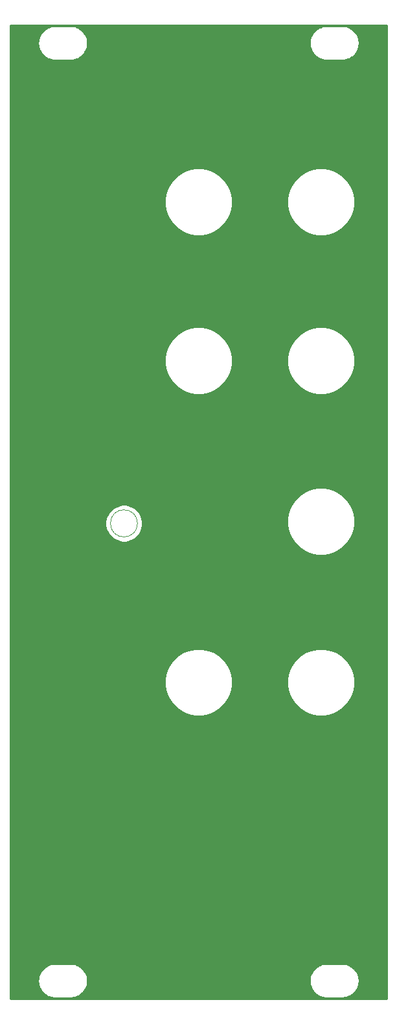
<source format=gbr>
G04 #@! TF.GenerationSoftware,KiCad,Pcbnew,(5.1.5-0)*
G04 #@! TF.CreationDate,2021-01-20T17:48:20-08:00*
G04 #@! TF.ProjectId,vcadsr,76636164-7372-42e6-9b69-6361645f7063,rev?*
G04 #@! TF.SameCoordinates,Original*
G04 #@! TF.FileFunction,Copper,L2,Bot*
G04 #@! TF.FilePolarity,Positive*
%FSLAX46Y46*%
G04 Gerber Fmt 4.6, Leading zero omitted, Abs format (unit mm)*
G04 Created by KiCad (PCBNEW (5.1.5-0)) date 2021-01-20 17:48:20*
%MOMM*%
%LPD*%
G04 APERTURE LIST*
%ADD10C,0.100000*%
%ADD11C,6.100000*%
%ADD12C,0.254000*%
G04 APERTURE END LIST*
D10*
X17267767Y-65750000D02*
G75*
G03X17267767Y-65750000I-1767767J0D01*
G01*
D11*
X8500000Y-86750000D03*
X8500000Y-23500000D03*
X8500000Y-44750000D03*
X43500000Y-104000000D03*
X7500000Y-104000000D03*
X31500000Y-104000000D03*
X19500000Y-104000000D03*
D12*
G36*
X49840001Y-127840000D02*
G01*
X660000Y-127840000D01*
X660000Y-125451353D01*
X4242755Y-125451353D01*
X4243173Y-125511171D01*
X4242755Y-125570988D01*
X4243655Y-125580160D01*
X4276296Y-125890715D01*
X4288320Y-125949291D01*
X4299532Y-126008070D01*
X4302196Y-126016892D01*
X4394535Y-126315192D01*
X4417715Y-126370335D01*
X4440124Y-126425800D01*
X4444451Y-126433937D01*
X4592972Y-126708621D01*
X4626417Y-126758205D01*
X4659177Y-126808268D01*
X4665001Y-126815409D01*
X4864047Y-127056013D01*
X4906482Y-127098154D01*
X4948346Y-127140903D01*
X4955446Y-127146777D01*
X5197435Y-127344138D01*
X5247259Y-127377241D01*
X5296615Y-127411036D01*
X5304721Y-127415419D01*
X5580435Y-127562019D01*
X5635704Y-127584799D01*
X5690724Y-127608381D01*
X5699527Y-127611105D01*
X5998465Y-127701359D01*
X6057138Y-127712976D01*
X6115655Y-127725415D01*
X6124820Y-127726378D01*
X6435594Y-127756850D01*
X6435598Y-127756850D01*
X6467581Y-127760000D01*
X8532419Y-127760000D01*
X8565986Y-127756694D01*
X8586744Y-127756694D01*
X8595909Y-127755731D01*
X8906228Y-127720923D01*
X8964731Y-127708487D01*
X9023419Y-127696867D01*
X9032222Y-127694142D01*
X9329870Y-127599723D01*
X9384792Y-127576183D01*
X9440159Y-127553363D01*
X9448265Y-127548979D01*
X9721904Y-127398544D01*
X9771217Y-127364779D01*
X9821088Y-127331645D01*
X9828188Y-127325770D01*
X10067397Y-127125049D01*
X10109241Y-127082320D01*
X10151694Y-127040162D01*
X10157519Y-127033020D01*
X10353185Y-126789660D01*
X10385938Y-126739608D01*
X10419391Y-126690013D01*
X10423714Y-126681881D01*
X10423717Y-126681877D01*
X10423719Y-126681873D01*
X10568388Y-126405146D01*
X10590785Y-126349711D01*
X10613978Y-126294539D01*
X10616641Y-126285717D01*
X10704807Y-125986156D01*
X10716007Y-125927440D01*
X10728045Y-125868798D01*
X10728944Y-125859627D01*
X10757245Y-125548647D01*
X10756827Y-125488830D01*
X10757088Y-125451353D01*
X39742755Y-125451353D01*
X39743173Y-125511171D01*
X39742755Y-125570988D01*
X39743655Y-125580160D01*
X39776296Y-125890715D01*
X39788320Y-125949291D01*
X39799532Y-126008070D01*
X39802196Y-126016892D01*
X39894535Y-126315192D01*
X39917715Y-126370335D01*
X39940124Y-126425800D01*
X39944451Y-126433937D01*
X40092972Y-126708621D01*
X40126417Y-126758205D01*
X40159177Y-126808268D01*
X40165001Y-126815409D01*
X40364047Y-127056013D01*
X40406482Y-127098154D01*
X40448346Y-127140903D01*
X40455446Y-127146777D01*
X40697435Y-127344138D01*
X40747259Y-127377241D01*
X40796615Y-127411036D01*
X40804721Y-127415419D01*
X41080435Y-127562019D01*
X41135704Y-127584799D01*
X41190724Y-127608381D01*
X41199527Y-127611105D01*
X41498465Y-127701359D01*
X41557138Y-127712976D01*
X41615655Y-127725415D01*
X41624820Y-127726378D01*
X41935594Y-127756850D01*
X41935598Y-127756850D01*
X41967581Y-127760000D01*
X44032419Y-127760000D01*
X44065986Y-127756694D01*
X44086744Y-127756694D01*
X44095909Y-127755731D01*
X44406228Y-127720923D01*
X44464731Y-127708487D01*
X44523419Y-127696867D01*
X44532222Y-127694142D01*
X44829870Y-127599723D01*
X44884792Y-127576183D01*
X44940159Y-127553363D01*
X44948265Y-127548979D01*
X45221904Y-127398544D01*
X45271217Y-127364779D01*
X45321088Y-127331645D01*
X45328188Y-127325770D01*
X45567397Y-127125049D01*
X45609241Y-127082320D01*
X45651694Y-127040162D01*
X45657519Y-127033020D01*
X45853185Y-126789660D01*
X45885938Y-126739608D01*
X45919391Y-126690013D01*
X45923714Y-126681881D01*
X45923717Y-126681877D01*
X45923719Y-126681873D01*
X46068388Y-126405146D01*
X46090785Y-126349711D01*
X46113978Y-126294539D01*
X46116641Y-126285717D01*
X46204807Y-125986156D01*
X46216007Y-125927440D01*
X46228045Y-125868798D01*
X46228944Y-125859627D01*
X46257245Y-125548647D01*
X46256827Y-125488829D01*
X46257245Y-125429012D01*
X46256345Y-125419841D01*
X46223704Y-125109285D01*
X46211680Y-125050709D01*
X46200468Y-124991930D01*
X46197804Y-124983108D01*
X46105465Y-124684808D01*
X46082280Y-124629653D01*
X46059876Y-124574200D01*
X46055549Y-124566064D01*
X46055549Y-124566063D01*
X46055546Y-124566059D01*
X45907028Y-124291379D01*
X45873583Y-124241795D01*
X45840823Y-124191732D01*
X45834999Y-124184591D01*
X45635954Y-123943987D01*
X45593535Y-123901863D01*
X45551655Y-123859097D01*
X45544554Y-123853223D01*
X45302565Y-123655862D01*
X45252741Y-123622759D01*
X45203385Y-123588964D01*
X45195279Y-123584581D01*
X44919566Y-123437981D01*
X44864269Y-123415189D01*
X44809275Y-123391619D01*
X44800472Y-123388895D01*
X44501535Y-123298641D01*
X44442862Y-123287024D01*
X44384345Y-123274585D01*
X44375180Y-123273622D01*
X44064405Y-123243150D01*
X44064402Y-123243150D01*
X44032419Y-123240000D01*
X41967581Y-123240000D01*
X41934014Y-123243306D01*
X41913256Y-123243306D01*
X41904091Y-123244269D01*
X41593771Y-123279077D01*
X41535298Y-123291506D01*
X41476581Y-123303132D01*
X41467778Y-123305858D01*
X41170130Y-123400277D01*
X41115147Y-123423843D01*
X41059841Y-123446638D01*
X41051735Y-123451021D01*
X40778095Y-123601456D01*
X40728748Y-123635245D01*
X40678913Y-123668355D01*
X40671812Y-123674229D01*
X40432603Y-123874951D01*
X40390759Y-123917681D01*
X40348305Y-123959839D01*
X40342481Y-123966980D01*
X40146814Y-124210340D01*
X40114055Y-124260400D01*
X40080609Y-124309986D01*
X40076283Y-124318123D01*
X39931612Y-124594854D01*
X39909215Y-124650289D01*
X39886022Y-124705461D01*
X39883359Y-124714283D01*
X39795193Y-125013844D01*
X39783993Y-125072560D01*
X39771955Y-125131202D01*
X39771056Y-125140373D01*
X39742755Y-125451353D01*
X10757088Y-125451353D01*
X10757245Y-125429012D01*
X10756345Y-125419841D01*
X10723704Y-125109285D01*
X10711680Y-125050709D01*
X10700468Y-124991930D01*
X10697804Y-124983108D01*
X10605465Y-124684808D01*
X10582280Y-124629653D01*
X10559876Y-124574200D01*
X10555549Y-124566064D01*
X10555549Y-124566063D01*
X10555546Y-124566059D01*
X10407028Y-124291379D01*
X10373583Y-124241795D01*
X10340823Y-124191732D01*
X10334999Y-124184591D01*
X10135954Y-123943987D01*
X10093535Y-123901863D01*
X10051655Y-123859097D01*
X10044554Y-123853223D01*
X9802565Y-123655862D01*
X9752741Y-123622759D01*
X9703385Y-123588964D01*
X9695279Y-123584581D01*
X9419566Y-123437981D01*
X9364269Y-123415189D01*
X9309275Y-123391619D01*
X9300472Y-123388895D01*
X9001535Y-123298641D01*
X8942862Y-123287024D01*
X8884345Y-123274585D01*
X8875180Y-123273622D01*
X8564405Y-123243150D01*
X8564402Y-123243150D01*
X8532419Y-123240000D01*
X6467581Y-123240000D01*
X6434014Y-123243306D01*
X6413256Y-123243306D01*
X6404091Y-123244269D01*
X6093771Y-123279077D01*
X6035298Y-123291506D01*
X5976581Y-123303132D01*
X5967778Y-123305858D01*
X5670130Y-123400277D01*
X5615147Y-123423843D01*
X5559841Y-123446638D01*
X5551735Y-123451021D01*
X5278095Y-123601456D01*
X5228748Y-123635245D01*
X5178913Y-123668355D01*
X5171812Y-123674229D01*
X4932603Y-123874951D01*
X4890759Y-123917681D01*
X4848305Y-123959839D01*
X4842481Y-123966980D01*
X4646814Y-124210340D01*
X4614055Y-124260400D01*
X4580609Y-124309986D01*
X4576283Y-124318123D01*
X4431612Y-124594854D01*
X4409215Y-124650289D01*
X4386022Y-124705461D01*
X4383359Y-124714283D01*
X4295193Y-125013844D01*
X4283993Y-125072560D01*
X4271955Y-125131202D01*
X4271056Y-125140373D01*
X4242755Y-125451353D01*
X660000Y-125451353D01*
X660000Y-86065784D01*
X20841332Y-86065784D01*
X20841332Y-86934216D01*
X21010754Y-87785961D01*
X21343089Y-88588288D01*
X21825564Y-89310362D01*
X22439638Y-89924436D01*
X23161712Y-90406911D01*
X23964039Y-90739246D01*
X24815784Y-90908668D01*
X25684216Y-90908668D01*
X26535961Y-90739246D01*
X27338288Y-90406911D01*
X28060362Y-89924436D01*
X28674436Y-89310362D01*
X29156911Y-88588288D01*
X29489246Y-87785961D01*
X29658668Y-86934216D01*
X29658668Y-86065784D01*
X36841332Y-86065784D01*
X36841332Y-86934216D01*
X37010754Y-87785961D01*
X37343089Y-88588288D01*
X37825564Y-89310362D01*
X38439638Y-89924436D01*
X39161712Y-90406911D01*
X39964039Y-90739246D01*
X40815784Y-90908668D01*
X41684216Y-90908668D01*
X42535961Y-90739246D01*
X43338288Y-90406911D01*
X44060362Y-89924436D01*
X44674436Y-89310362D01*
X45156911Y-88588288D01*
X45489246Y-87785961D01*
X45658668Y-86934216D01*
X45658668Y-86065784D01*
X45489246Y-85214039D01*
X45156911Y-84411712D01*
X44674436Y-83689638D01*
X44060362Y-83075564D01*
X43338288Y-82593089D01*
X42535961Y-82260754D01*
X41684216Y-82091332D01*
X40815784Y-82091332D01*
X39964039Y-82260754D01*
X39161712Y-82593089D01*
X38439638Y-83075564D01*
X37825564Y-83689638D01*
X37343089Y-84411712D01*
X37010754Y-85214039D01*
X36841332Y-86065784D01*
X29658668Y-86065784D01*
X29489246Y-85214039D01*
X29156911Y-84411712D01*
X28674436Y-83689638D01*
X28060362Y-83075564D01*
X27338288Y-82593089D01*
X26535961Y-82260754D01*
X25684216Y-82091332D01*
X24815784Y-82091332D01*
X23964039Y-82260754D01*
X23161712Y-82593089D01*
X22439638Y-83075564D01*
X21825564Y-83689638D01*
X21343089Y-84411712D01*
X21010754Y-85214039D01*
X20841332Y-86065784D01*
X660000Y-86065784D01*
X660000Y-65507626D01*
X13039140Y-65507626D01*
X13039140Y-65992374D01*
X13133710Y-66467806D01*
X13319214Y-66915654D01*
X13588525Y-67318707D01*
X13931293Y-67661475D01*
X14334346Y-67930786D01*
X14782194Y-68116290D01*
X15257626Y-68210860D01*
X15742374Y-68210860D01*
X16217806Y-68116290D01*
X16665654Y-67930786D01*
X17068707Y-67661475D01*
X17411475Y-67318707D01*
X17680786Y-66915654D01*
X17866290Y-66467806D01*
X17960860Y-65992374D01*
X17960860Y-65507626D01*
X17872972Y-65065784D01*
X36841332Y-65065784D01*
X36841332Y-65934216D01*
X37010754Y-66785961D01*
X37343089Y-67588288D01*
X37825564Y-68310362D01*
X38439638Y-68924436D01*
X39161712Y-69406911D01*
X39964039Y-69739246D01*
X40815784Y-69908668D01*
X41684216Y-69908668D01*
X42535961Y-69739246D01*
X43338288Y-69406911D01*
X44060362Y-68924436D01*
X44674436Y-68310362D01*
X45156911Y-67588288D01*
X45489246Y-66785961D01*
X45658668Y-65934216D01*
X45658668Y-65065784D01*
X45489246Y-64214039D01*
X45156911Y-63411712D01*
X44674436Y-62689638D01*
X44060362Y-62075564D01*
X43338288Y-61593089D01*
X42535961Y-61260754D01*
X41684216Y-61091332D01*
X40815784Y-61091332D01*
X39964039Y-61260754D01*
X39161712Y-61593089D01*
X38439638Y-62075564D01*
X37825564Y-62689638D01*
X37343089Y-63411712D01*
X37010754Y-64214039D01*
X36841332Y-65065784D01*
X17872972Y-65065784D01*
X17866290Y-65032194D01*
X17680786Y-64584346D01*
X17411475Y-64181293D01*
X17068707Y-63838525D01*
X16665654Y-63569214D01*
X16217806Y-63383710D01*
X15742374Y-63289140D01*
X15257626Y-63289140D01*
X14782194Y-63383710D01*
X14334346Y-63569214D01*
X13931293Y-63838525D01*
X13588525Y-64181293D01*
X13319214Y-64584346D01*
X13133710Y-65032194D01*
X13039140Y-65507626D01*
X660000Y-65507626D01*
X660000Y-44065784D01*
X20841332Y-44065784D01*
X20841332Y-44934216D01*
X21010754Y-45785961D01*
X21343089Y-46588288D01*
X21825564Y-47310362D01*
X22439638Y-47924436D01*
X23161712Y-48406911D01*
X23964039Y-48739246D01*
X24815784Y-48908668D01*
X25684216Y-48908668D01*
X26535961Y-48739246D01*
X27338288Y-48406911D01*
X28060362Y-47924436D01*
X28674436Y-47310362D01*
X29156911Y-46588288D01*
X29489246Y-45785961D01*
X29658668Y-44934216D01*
X29658668Y-44065784D01*
X36841332Y-44065784D01*
X36841332Y-44934216D01*
X37010754Y-45785961D01*
X37343089Y-46588288D01*
X37825564Y-47310362D01*
X38439638Y-47924436D01*
X39161712Y-48406911D01*
X39964039Y-48739246D01*
X40815784Y-48908668D01*
X41684216Y-48908668D01*
X42535961Y-48739246D01*
X43338288Y-48406911D01*
X44060362Y-47924436D01*
X44674436Y-47310362D01*
X45156911Y-46588288D01*
X45489246Y-45785961D01*
X45658668Y-44934216D01*
X45658668Y-44065784D01*
X45489246Y-43214039D01*
X45156911Y-42411712D01*
X44674436Y-41689638D01*
X44060362Y-41075564D01*
X43338288Y-40593089D01*
X42535961Y-40260754D01*
X41684216Y-40091332D01*
X40815784Y-40091332D01*
X39964039Y-40260754D01*
X39161712Y-40593089D01*
X38439638Y-41075564D01*
X37825564Y-41689638D01*
X37343089Y-42411712D01*
X37010754Y-43214039D01*
X36841332Y-44065784D01*
X29658668Y-44065784D01*
X29489246Y-43214039D01*
X29156911Y-42411712D01*
X28674436Y-41689638D01*
X28060362Y-41075564D01*
X27338288Y-40593089D01*
X26535961Y-40260754D01*
X25684216Y-40091332D01*
X24815784Y-40091332D01*
X23964039Y-40260754D01*
X23161712Y-40593089D01*
X22439638Y-41075564D01*
X21825564Y-41689638D01*
X21343089Y-42411712D01*
X21010754Y-43214039D01*
X20841332Y-44065784D01*
X660000Y-44065784D01*
X660000Y-23315784D01*
X20841332Y-23315784D01*
X20841332Y-24184216D01*
X21010754Y-25035961D01*
X21343089Y-25838288D01*
X21825564Y-26560362D01*
X22439638Y-27174436D01*
X23161712Y-27656911D01*
X23964039Y-27989246D01*
X24815784Y-28158668D01*
X25684216Y-28158668D01*
X26535961Y-27989246D01*
X27338288Y-27656911D01*
X28060362Y-27174436D01*
X28674436Y-26560362D01*
X29156911Y-25838288D01*
X29489246Y-25035961D01*
X29658668Y-24184216D01*
X29658668Y-23315784D01*
X36841332Y-23315784D01*
X36841332Y-24184216D01*
X37010754Y-25035961D01*
X37343089Y-25838288D01*
X37825564Y-26560362D01*
X38439638Y-27174436D01*
X39161712Y-27656911D01*
X39964039Y-27989246D01*
X40815784Y-28158668D01*
X41684216Y-28158668D01*
X42535961Y-27989246D01*
X43338288Y-27656911D01*
X44060362Y-27174436D01*
X44674436Y-26560362D01*
X45156911Y-25838288D01*
X45489246Y-25035961D01*
X45658668Y-24184216D01*
X45658668Y-23315784D01*
X45489246Y-22464039D01*
X45156911Y-21661712D01*
X44674436Y-20939638D01*
X44060362Y-20325564D01*
X43338288Y-19843089D01*
X42535961Y-19510754D01*
X41684216Y-19341332D01*
X40815784Y-19341332D01*
X39964039Y-19510754D01*
X39161712Y-19843089D01*
X38439638Y-20325564D01*
X37825564Y-20939638D01*
X37343089Y-21661712D01*
X37010754Y-22464039D01*
X36841332Y-23315784D01*
X29658668Y-23315784D01*
X29489246Y-22464039D01*
X29156911Y-21661712D01*
X28674436Y-20939638D01*
X28060362Y-20325564D01*
X27338288Y-19843089D01*
X26535961Y-19510754D01*
X25684216Y-19341332D01*
X24815784Y-19341332D01*
X23964039Y-19510754D01*
X23161712Y-19843089D01*
X22439638Y-20325564D01*
X21825564Y-20939638D01*
X21343089Y-21661712D01*
X21010754Y-22464039D01*
X20841332Y-23315784D01*
X660000Y-23315784D01*
X660000Y-2951353D01*
X4242755Y-2951353D01*
X4243173Y-3011171D01*
X4242755Y-3070988D01*
X4243655Y-3080160D01*
X4276296Y-3390715D01*
X4288320Y-3449291D01*
X4299532Y-3508070D01*
X4302196Y-3516892D01*
X4394535Y-3815192D01*
X4417715Y-3870335D01*
X4440124Y-3925800D01*
X4444451Y-3933937D01*
X4592972Y-4208621D01*
X4626417Y-4258205D01*
X4659177Y-4308268D01*
X4665001Y-4315409D01*
X4864047Y-4556013D01*
X4906482Y-4598154D01*
X4948346Y-4640903D01*
X4955446Y-4646777D01*
X5197435Y-4844138D01*
X5247259Y-4877241D01*
X5296615Y-4911036D01*
X5304721Y-4915419D01*
X5580435Y-5062019D01*
X5635704Y-5084799D01*
X5690724Y-5108381D01*
X5699527Y-5111105D01*
X5998465Y-5201359D01*
X6057138Y-5212976D01*
X6115655Y-5225415D01*
X6124820Y-5226378D01*
X6435594Y-5256850D01*
X6435598Y-5256850D01*
X6467581Y-5260000D01*
X8532419Y-5260000D01*
X8565986Y-5256694D01*
X8586744Y-5256694D01*
X8595909Y-5255731D01*
X8906228Y-5220923D01*
X8964731Y-5208487D01*
X9023419Y-5196867D01*
X9032222Y-5194142D01*
X9329870Y-5099723D01*
X9384792Y-5076183D01*
X9440159Y-5053363D01*
X9448265Y-5048979D01*
X9721904Y-4898544D01*
X9771217Y-4864779D01*
X9821088Y-4831645D01*
X9828188Y-4825770D01*
X10067397Y-4625049D01*
X10109241Y-4582320D01*
X10151694Y-4540162D01*
X10157519Y-4533020D01*
X10353185Y-4289660D01*
X10385938Y-4239608D01*
X10419391Y-4190013D01*
X10423714Y-4181881D01*
X10423717Y-4181877D01*
X10423719Y-4181873D01*
X10568388Y-3905146D01*
X10590785Y-3849711D01*
X10613978Y-3794539D01*
X10616641Y-3785717D01*
X10704807Y-3486156D01*
X10716007Y-3427440D01*
X10728045Y-3368798D01*
X10728944Y-3359627D01*
X10757245Y-3048647D01*
X10756827Y-2988830D01*
X10757088Y-2951353D01*
X39742755Y-2951353D01*
X39743173Y-3011171D01*
X39742755Y-3070988D01*
X39743655Y-3080160D01*
X39776296Y-3390715D01*
X39788320Y-3449291D01*
X39799532Y-3508070D01*
X39802196Y-3516892D01*
X39894535Y-3815192D01*
X39917715Y-3870335D01*
X39940124Y-3925800D01*
X39944451Y-3933937D01*
X40092972Y-4208621D01*
X40126417Y-4258205D01*
X40159177Y-4308268D01*
X40165001Y-4315409D01*
X40364047Y-4556013D01*
X40406482Y-4598154D01*
X40448346Y-4640903D01*
X40455446Y-4646777D01*
X40697435Y-4844138D01*
X40747259Y-4877241D01*
X40796615Y-4911036D01*
X40804721Y-4915419D01*
X41080435Y-5062019D01*
X41135704Y-5084799D01*
X41190724Y-5108381D01*
X41199527Y-5111105D01*
X41498465Y-5201359D01*
X41557138Y-5212976D01*
X41615655Y-5225415D01*
X41624820Y-5226378D01*
X41935594Y-5256850D01*
X41935598Y-5256850D01*
X41967581Y-5260000D01*
X44032419Y-5260000D01*
X44065986Y-5256694D01*
X44086744Y-5256694D01*
X44095909Y-5255731D01*
X44406228Y-5220923D01*
X44464731Y-5208487D01*
X44523419Y-5196867D01*
X44532222Y-5194142D01*
X44829870Y-5099723D01*
X44884792Y-5076183D01*
X44940159Y-5053363D01*
X44948265Y-5048979D01*
X45221904Y-4898544D01*
X45271217Y-4864779D01*
X45321088Y-4831645D01*
X45328188Y-4825770D01*
X45567397Y-4625049D01*
X45609241Y-4582320D01*
X45651694Y-4540162D01*
X45657519Y-4533020D01*
X45853185Y-4289660D01*
X45885938Y-4239608D01*
X45919391Y-4190013D01*
X45923714Y-4181881D01*
X45923717Y-4181877D01*
X45923719Y-4181873D01*
X46068388Y-3905146D01*
X46090785Y-3849711D01*
X46113978Y-3794539D01*
X46116641Y-3785717D01*
X46204807Y-3486156D01*
X46216007Y-3427440D01*
X46228045Y-3368798D01*
X46228944Y-3359627D01*
X46257245Y-3048647D01*
X46256827Y-2988829D01*
X46257245Y-2929012D01*
X46256345Y-2919841D01*
X46223704Y-2609285D01*
X46211680Y-2550709D01*
X46200468Y-2491930D01*
X46197804Y-2483108D01*
X46105465Y-2184808D01*
X46082280Y-2129653D01*
X46059876Y-2074200D01*
X46055549Y-2066064D01*
X46055549Y-2066063D01*
X46055546Y-2066059D01*
X45907028Y-1791379D01*
X45873583Y-1741795D01*
X45840823Y-1691732D01*
X45834999Y-1684591D01*
X45635954Y-1443987D01*
X45593535Y-1401863D01*
X45551655Y-1359097D01*
X45544554Y-1353223D01*
X45302565Y-1155862D01*
X45252741Y-1122759D01*
X45203385Y-1088964D01*
X45195279Y-1084581D01*
X44919566Y-937981D01*
X44864269Y-915189D01*
X44809275Y-891619D01*
X44800472Y-888895D01*
X44501535Y-798641D01*
X44442862Y-787024D01*
X44384345Y-774585D01*
X44375180Y-773622D01*
X44064405Y-743150D01*
X44064402Y-743150D01*
X44032419Y-740000D01*
X41967581Y-740000D01*
X41934014Y-743306D01*
X41913256Y-743306D01*
X41904091Y-744269D01*
X41593771Y-779077D01*
X41535298Y-791506D01*
X41476581Y-803132D01*
X41467778Y-805858D01*
X41170130Y-900277D01*
X41115147Y-923843D01*
X41059841Y-946638D01*
X41051735Y-951021D01*
X40778095Y-1101456D01*
X40728748Y-1135245D01*
X40678913Y-1168355D01*
X40671812Y-1174229D01*
X40432603Y-1374951D01*
X40390759Y-1417681D01*
X40348305Y-1459839D01*
X40342481Y-1466980D01*
X40146814Y-1710340D01*
X40114055Y-1760400D01*
X40080609Y-1809986D01*
X40076283Y-1818123D01*
X39931612Y-2094854D01*
X39909215Y-2150289D01*
X39886022Y-2205461D01*
X39883359Y-2214283D01*
X39795193Y-2513844D01*
X39783993Y-2572560D01*
X39771955Y-2631202D01*
X39771056Y-2640373D01*
X39742755Y-2951353D01*
X10757088Y-2951353D01*
X10757245Y-2929012D01*
X10756345Y-2919841D01*
X10723704Y-2609285D01*
X10711680Y-2550709D01*
X10700468Y-2491930D01*
X10697804Y-2483108D01*
X10605465Y-2184808D01*
X10582280Y-2129653D01*
X10559876Y-2074200D01*
X10555549Y-2066064D01*
X10555549Y-2066063D01*
X10555546Y-2066059D01*
X10407028Y-1791379D01*
X10373583Y-1741795D01*
X10340823Y-1691732D01*
X10334999Y-1684591D01*
X10135954Y-1443987D01*
X10093535Y-1401863D01*
X10051655Y-1359097D01*
X10044554Y-1353223D01*
X9802565Y-1155862D01*
X9752741Y-1122759D01*
X9703385Y-1088964D01*
X9695279Y-1084581D01*
X9419566Y-937981D01*
X9364269Y-915189D01*
X9309275Y-891619D01*
X9300472Y-888895D01*
X9001535Y-798641D01*
X8942862Y-787024D01*
X8884345Y-774585D01*
X8875180Y-773622D01*
X8564405Y-743150D01*
X8564402Y-743150D01*
X8532419Y-740000D01*
X6467581Y-740000D01*
X6434014Y-743306D01*
X6413256Y-743306D01*
X6404091Y-744269D01*
X6093771Y-779077D01*
X6035298Y-791506D01*
X5976581Y-803132D01*
X5967778Y-805858D01*
X5670130Y-900277D01*
X5615147Y-923843D01*
X5559841Y-946638D01*
X5551735Y-951021D01*
X5278095Y-1101456D01*
X5228748Y-1135245D01*
X5178913Y-1168355D01*
X5171812Y-1174229D01*
X4932603Y-1374951D01*
X4890759Y-1417681D01*
X4848305Y-1459839D01*
X4842481Y-1466980D01*
X4646814Y-1710340D01*
X4614055Y-1760400D01*
X4580609Y-1809986D01*
X4576283Y-1818123D01*
X4431612Y-2094854D01*
X4409215Y-2150289D01*
X4386022Y-2205461D01*
X4383359Y-2214283D01*
X4295193Y-2513844D01*
X4283993Y-2572560D01*
X4271955Y-2631202D01*
X4271056Y-2640373D01*
X4242755Y-2951353D01*
X660000Y-2951353D01*
X660000Y-660000D01*
X49840000Y-660000D01*
X49840001Y-127840000D01*
G37*
X49840001Y-127840000D02*
X660000Y-127840000D01*
X660000Y-125451353D01*
X4242755Y-125451353D01*
X4243173Y-125511171D01*
X4242755Y-125570988D01*
X4243655Y-125580160D01*
X4276296Y-125890715D01*
X4288320Y-125949291D01*
X4299532Y-126008070D01*
X4302196Y-126016892D01*
X4394535Y-126315192D01*
X4417715Y-126370335D01*
X4440124Y-126425800D01*
X4444451Y-126433937D01*
X4592972Y-126708621D01*
X4626417Y-126758205D01*
X4659177Y-126808268D01*
X4665001Y-126815409D01*
X4864047Y-127056013D01*
X4906482Y-127098154D01*
X4948346Y-127140903D01*
X4955446Y-127146777D01*
X5197435Y-127344138D01*
X5247259Y-127377241D01*
X5296615Y-127411036D01*
X5304721Y-127415419D01*
X5580435Y-127562019D01*
X5635704Y-127584799D01*
X5690724Y-127608381D01*
X5699527Y-127611105D01*
X5998465Y-127701359D01*
X6057138Y-127712976D01*
X6115655Y-127725415D01*
X6124820Y-127726378D01*
X6435594Y-127756850D01*
X6435598Y-127756850D01*
X6467581Y-127760000D01*
X8532419Y-127760000D01*
X8565986Y-127756694D01*
X8586744Y-127756694D01*
X8595909Y-127755731D01*
X8906228Y-127720923D01*
X8964731Y-127708487D01*
X9023419Y-127696867D01*
X9032222Y-127694142D01*
X9329870Y-127599723D01*
X9384792Y-127576183D01*
X9440159Y-127553363D01*
X9448265Y-127548979D01*
X9721904Y-127398544D01*
X9771217Y-127364779D01*
X9821088Y-127331645D01*
X9828188Y-127325770D01*
X10067397Y-127125049D01*
X10109241Y-127082320D01*
X10151694Y-127040162D01*
X10157519Y-127033020D01*
X10353185Y-126789660D01*
X10385938Y-126739608D01*
X10419391Y-126690013D01*
X10423714Y-126681881D01*
X10423717Y-126681877D01*
X10423719Y-126681873D01*
X10568388Y-126405146D01*
X10590785Y-126349711D01*
X10613978Y-126294539D01*
X10616641Y-126285717D01*
X10704807Y-125986156D01*
X10716007Y-125927440D01*
X10728045Y-125868798D01*
X10728944Y-125859627D01*
X10757245Y-125548647D01*
X10756827Y-125488830D01*
X10757088Y-125451353D01*
X39742755Y-125451353D01*
X39743173Y-125511171D01*
X39742755Y-125570988D01*
X39743655Y-125580160D01*
X39776296Y-125890715D01*
X39788320Y-125949291D01*
X39799532Y-126008070D01*
X39802196Y-126016892D01*
X39894535Y-126315192D01*
X39917715Y-126370335D01*
X39940124Y-126425800D01*
X39944451Y-126433937D01*
X40092972Y-126708621D01*
X40126417Y-126758205D01*
X40159177Y-126808268D01*
X40165001Y-126815409D01*
X40364047Y-127056013D01*
X40406482Y-127098154D01*
X40448346Y-127140903D01*
X40455446Y-127146777D01*
X40697435Y-127344138D01*
X40747259Y-127377241D01*
X40796615Y-127411036D01*
X40804721Y-127415419D01*
X41080435Y-127562019D01*
X41135704Y-127584799D01*
X41190724Y-127608381D01*
X41199527Y-127611105D01*
X41498465Y-127701359D01*
X41557138Y-127712976D01*
X41615655Y-127725415D01*
X41624820Y-127726378D01*
X41935594Y-127756850D01*
X41935598Y-127756850D01*
X41967581Y-127760000D01*
X44032419Y-127760000D01*
X44065986Y-127756694D01*
X44086744Y-127756694D01*
X44095909Y-127755731D01*
X44406228Y-127720923D01*
X44464731Y-127708487D01*
X44523419Y-127696867D01*
X44532222Y-127694142D01*
X44829870Y-127599723D01*
X44884792Y-127576183D01*
X44940159Y-127553363D01*
X44948265Y-127548979D01*
X45221904Y-127398544D01*
X45271217Y-127364779D01*
X45321088Y-127331645D01*
X45328188Y-127325770D01*
X45567397Y-127125049D01*
X45609241Y-127082320D01*
X45651694Y-127040162D01*
X45657519Y-127033020D01*
X45853185Y-126789660D01*
X45885938Y-126739608D01*
X45919391Y-126690013D01*
X45923714Y-126681881D01*
X45923717Y-126681877D01*
X45923719Y-126681873D01*
X46068388Y-126405146D01*
X46090785Y-126349711D01*
X46113978Y-126294539D01*
X46116641Y-126285717D01*
X46204807Y-125986156D01*
X46216007Y-125927440D01*
X46228045Y-125868798D01*
X46228944Y-125859627D01*
X46257245Y-125548647D01*
X46256827Y-125488829D01*
X46257245Y-125429012D01*
X46256345Y-125419841D01*
X46223704Y-125109285D01*
X46211680Y-125050709D01*
X46200468Y-124991930D01*
X46197804Y-124983108D01*
X46105465Y-124684808D01*
X46082280Y-124629653D01*
X46059876Y-124574200D01*
X46055549Y-124566064D01*
X46055549Y-124566063D01*
X46055546Y-124566059D01*
X45907028Y-124291379D01*
X45873583Y-124241795D01*
X45840823Y-124191732D01*
X45834999Y-124184591D01*
X45635954Y-123943987D01*
X45593535Y-123901863D01*
X45551655Y-123859097D01*
X45544554Y-123853223D01*
X45302565Y-123655862D01*
X45252741Y-123622759D01*
X45203385Y-123588964D01*
X45195279Y-123584581D01*
X44919566Y-123437981D01*
X44864269Y-123415189D01*
X44809275Y-123391619D01*
X44800472Y-123388895D01*
X44501535Y-123298641D01*
X44442862Y-123287024D01*
X44384345Y-123274585D01*
X44375180Y-123273622D01*
X44064405Y-123243150D01*
X44064402Y-123243150D01*
X44032419Y-123240000D01*
X41967581Y-123240000D01*
X41934014Y-123243306D01*
X41913256Y-123243306D01*
X41904091Y-123244269D01*
X41593771Y-123279077D01*
X41535298Y-123291506D01*
X41476581Y-123303132D01*
X41467778Y-123305858D01*
X41170130Y-123400277D01*
X41115147Y-123423843D01*
X41059841Y-123446638D01*
X41051735Y-123451021D01*
X40778095Y-123601456D01*
X40728748Y-123635245D01*
X40678913Y-123668355D01*
X40671812Y-123674229D01*
X40432603Y-123874951D01*
X40390759Y-123917681D01*
X40348305Y-123959839D01*
X40342481Y-123966980D01*
X40146814Y-124210340D01*
X40114055Y-124260400D01*
X40080609Y-124309986D01*
X40076283Y-124318123D01*
X39931612Y-124594854D01*
X39909215Y-124650289D01*
X39886022Y-124705461D01*
X39883359Y-124714283D01*
X39795193Y-125013844D01*
X39783993Y-125072560D01*
X39771955Y-125131202D01*
X39771056Y-125140373D01*
X39742755Y-125451353D01*
X10757088Y-125451353D01*
X10757245Y-125429012D01*
X10756345Y-125419841D01*
X10723704Y-125109285D01*
X10711680Y-125050709D01*
X10700468Y-124991930D01*
X10697804Y-124983108D01*
X10605465Y-124684808D01*
X10582280Y-124629653D01*
X10559876Y-124574200D01*
X10555549Y-124566064D01*
X10555549Y-124566063D01*
X10555546Y-124566059D01*
X10407028Y-124291379D01*
X10373583Y-124241795D01*
X10340823Y-124191732D01*
X10334999Y-124184591D01*
X10135954Y-123943987D01*
X10093535Y-123901863D01*
X10051655Y-123859097D01*
X10044554Y-123853223D01*
X9802565Y-123655862D01*
X9752741Y-123622759D01*
X9703385Y-123588964D01*
X9695279Y-123584581D01*
X9419566Y-123437981D01*
X9364269Y-123415189D01*
X9309275Y-123391619D01*
X9300472Y-123388895D01*
X9001535Y-123298641D01*
X8942862Y-123287024D01*
X8884345Y-123274585D01*
X8875180Y-123273622D01*
X8564405Y-123243150D01*
X8564402Y-123243150D01*
X8532419Y-123240000D01*
X6467581Y-123240000D01*
X6434014Y-123243306D01*
X6413256Y-123243306D01*
X6404091Y-123244269D01*
X6093771Y-123279077D01*
X6035298Y-123291506D01*
X5976581Y-123303132D01*
X5967778Y-123305858D01*
X5670130Y-123400277D01*
X5615147Y-123423843D01*
X5559841Y-123446638D01*
X5551735Y-123451021D01*
X5278095Y-123601456D01*
X5228748Y-123635245D01*
X5178913Y-123668355D01*
X5171812Y-123674229D01*
X4932603Y-123874951D01*
X4890759Y-123917681D01*
X4848305Y-123959839D01*
X4842481Y-123966980D01*
X4646814Y-124210340D01*
X4614055Y-124260400D01*
X4580609Y-124309986D01*
X4576283Y-124318123D01*
X4431612Y-124594854D01*
X4409215Y-124650289D01*
X4386022Y-124705461D01*
X4383359Y-124714283D01*
X4295193Y-125013844D01*
X4283993Y-125072560D01*
X4271955Y-125131202D01*
X4271056Y-125140373D01*
X4242755Y-125451353D01*
X660000Y-125451353D01*
X660000Y-86065784D01*
X20841332Y-86065784D01*
X20841332Y-86934216D01*
X21010754Y-87785961D01*
X21343089Y-88588288D01*
X21825564Y-89310362D01*
X22439638Y-89924436D01*
X23161712Y-90406911D01*
X23964039Y-90739246D01*
X24815784Y-90908668D01*
X25684216Y-90908668D01*
X26535961Y-90739246D01*
X27338288Y-90406911D01*
X28060362Y-89924436D01*
X28674436Y-89310362D01*
X29156911Y-88588288D01*
X29489246Y-87785961D01*
X29658668Y-86934216D01*
X29658668Y-86065784D01*
X36841332Y-86065784D01*
X36841332Y-86934216D01*
X37010754Y-87785961D01*
X37343089Y-88588288D01*
X37825564Y-89310362D01*
X38439638Y-89924436D01*
X39161712Y-90406911D01*
X39964039Y-90739246D01*
X40815784Y-90908668D01*
X41684216Y-90908668D01*
X42535961Y-90739246D01*
X43338288Y-90406911D01*
X44060362Y-89924436D01*
X44674436Y-89310362D01*
X45156911Y-88588288D01*
X45489246Y-87785961D01*
X45658668Y-86934216D01*
X45658668Y-86065784D01*
X45489246Y-85214039D01*
X45156911Y-84411712D01*
X44674436Y-83689638D01*
X44060362Y-83075564D01*
X43338288Y-82593089D01*
X42535961Y-82260754D01*
X41684216Y-82091332D01*
X40815784Y-82091332D01*
X39964039Y-82260754D01*
X39161712Y-82593089D01*
X38439638Y-83075564D01*
X37825564Y-83689638D01*
X37343089Y-84411712D01*
X37010754Y-85214039D01*
X36841332Y-86065784D01*
X29658668Y-86065784D01*
X29489246Y-85214039D01*
X29156911Y-84411712D01*
X28674436Y-83689638D01*
X28060362Y-83075564D01*
X27338288Y-82593089D01*
X26535961Y-82260754D01*
X25684216Y-82091332D01*
X24815784Y-82091332D01*
X23964039Y-82260754D01*
X23161712Y-82593089D01*
X22439638Y-83075564D01*
X21825564Y-83689638D01*
X21343089Y-84411712D01*
X21010754Y-85214039D01*
X20841332Y-86065784D01*
X660000Y-86065784D01*
X660000Y-65507626D01*
X13039140Y-65507626D01*
X13039140Y-65992374D01*
X13133710Y-66467806D01*
X13319214Y-66915654D01*
X13588525Y-67318707D01*
X13931293Y-67661475D01*
X14334346Y-67930786D01*
X14782194Y-68116290D01*
X15257626Y-68210860D01*
X15742374Y-68210860D01*
X16217806Y-68116290D01*
X16665654Y-67930786D01*
X17068707Y-67661475D01*
X17411475Y-67318707D01*
X17680786Y-66915654D01*
X17866290Y-66467806D01*
X17960860Y-65992374D01*
X17960860Y-65507626D01*
X17872972Y-65065784D01*
X36841332Y-65065784D01*
X36841332Y-65934216D01*
X37010754Y-66785961D01*
X37343089Y-67588288D01*
X37825564Y-68310362D01*
X38439638Y-68924436D01*
X39161712Y-69406911D01*
X39964039Y-69739246D01*
X40815784Y-69908668D01*
X41684216Y-69908668D01*
X42535961Y-69739246D01*
X43338288Y-69406911D01*
X44060362Y-68924436D01*
X44674436Y-68310362D01*
X45156911Y-67588288D01*
X45489246Y-66785961D01*
X45658668Y-65934216D01*
X45658668Y-65065784D01*
X45489246Y-64214039D01*
X45156911Y-63411712D01*
X44674436Y-62689638D01*
X44060362Y-62075564D01*
X43338288Y-61593089D01*
X42535961Y-61260754D01*
X41684216Y-61091332D01*
X40815784Y-61091332D01*
X39964039Y-61260754D01*
X39161712Y-61593089D01*
X38439638Y-62075564D01*
X37825564Y-62689638D01*
X37343089Y-63411712D01*
X37010754Y-64214039D01*
X36841332Y-65065784D01*
X17872972Y-65065784D01*
X17866290Y-65032194D01*
X17680786Y-64584346D01*
X17411475Y-64181293D01*
X17068707Y-63838525D01*
X16665654Y-63569214D01*
X16217806Y-63383710D01*
X15742374Y-63289140D01*
X15257626Y-63289140D01*
X14782194Y-63383710D01*
X14334346Y-63569214D01*
X13931293Y-63838525D01*
X13588525Y-64181293D01*
X13319214Y-64584346D01*
X13133710Y-65032194D01*
X13039140Y-65507626D01*
X660000Y-65507626D01*
X660000Y-44065784D01*
X20841332Y-44065784D01*
X20841332Y-44934216D01*
X21010754Y-45785961D01*
X21343089Y-46588288D01*
X21825564Y-47310362D01*
X22439638Y-47924436D01*
X23161712Y-48406911D01*
X23964039Y-48739246D01*
X24815784Y-48908668D01*
X25684216Y-48908668D01*
X26535961Y-48739246D01*
X27338288Y-48406911D01*
X28060362Y-47924436D01*
X28674436Y-47310362D01*
X29156911Y-46588288D01*
X29489246Y-45785961D01*
X29658668Y-44934216D01*
X29658668Y-44065784D01*
X36841332Y-44065784D01*
X36841332Y-44934216D01*
X37010754Y-45785961D01*
X37343089Y-46588288D01*
X37825564Y-47310362D01*
X38439638Y-47924436D01*
X39161712Y-48406911D01*
X39964039Y-48739246D01*
X40815784Y-48908668D01*
X41684216Y-48908668D01*
X42535961Y-48739246D01*
X43338288Y-48406911D01*
X44060362Y-47924436D01*
X44674436Y-47310362D01*
X45156911Y-46588288D01*
X45489246Y-45785961D01*
X45658668Y-44934216D01*
X45658668Y-44065784D01*
X45489246Y-43214039D01*
X45156911Y-42411712D01*
X44674436Y-41689638D01*
X44060362Y-41075564D01*
X43338288Y-40593089D01*
X42535961Y-40260754D01*
X41684216Y-40091332D01*
X40815784Y-40091332D01*
X39964039Y-40260754D01*
X39161712Y-40593089D01*
X38439638Y-41075564D01*
X37825564Y-41689638D01*
X37343089Y-42411712D01*
X37010754Y-43214039D01*
X36841332Y-44065784D01*
X29658668Y-44065784D01*
X29489246Y-43214039D01*
X29156911Y-42411712D01*
X28674436Y-41689638D01*
X28060362Y-41075564D01*
X27338288Y-40593089D01*
X26535961Y-40260754D01*
X25684216Y-40091332D01*
X24815784Y-40091332D01*
X23964039Y-40260754D01*
X23161712Y-40593089D01*
X22439638Y-41075564D01*
X21825564Y-41689638D01*
X21343089Y-42411712D01*
X21010754Y-43214039D01*
X20841332Y-44065784D01*
X660000Y-44065784D01*
X660000Y-23315784D01*
X20841332Y-23315784D01*
X20841332Y-24184216D01*
X21010754Y-25035961D01*
X21343089Y-25838288D01*
X21825564Y-26560362D01*
X22439638Y-27174436D01*
X23161712Y-27656911D01*
X23964039Y-27989246D01*
X24815784Y-28158668D01*
X25684216Y-28158668D01*
X26535961Y-27989246D01*
X27338288Y-27656911D01*
X28060362Y-27174436D01*
X28674436Y-26560362D01*
X29156911Y-25838288D01*
X29489246Y-25035961D01*
X29658668Y-24184216D01*
X29658668Y-23315784D01*
X36841332Y-23315784D01*
X36841332Y-24184216D01*
X37010754Y-25035961D01*
X37343089Y-25838288D01*
X37825564Y-26560362D01*
X38439638Y-27174436D01*
X39161712Y-27656911D01*
X39964039Y-27989246D01*
X40815784Y-28158668D01*
X41684216Y-28158668D01*
X42535961Y-27989246D01*
X43338288Y-27656911D01*
X44060362Y-27174436D01*
X44674436Y-26560362D01*
X45156911Y-25838288D01*
X45489246Y-25035961D01*
X45658668Y-24184216D01*
X45658668Y-23315784D01*
X45489246Y-22464039D01*
X45156911Y-21661712D01*
X44674436Y-20939638D01*
X44060362Y-20325564D01*
X43338288Y-19843089D01*
X42535961Y-19510754D01*
X41684216Y-19341332D01*
X40815784Y-19341332D01*
X39964039Y-19510754D01*
X39161712Y-19843089D01*
X38439638Y-20325564D01*
X37825564Y-20939638D01*
X37343089Y-21661712D01*
X37010754Y-22464039D01*
X36841332Y-23315784D01*
X29658668Y-23315784D01*
X29489246Y-22464039D01*
X29156911Y-21661712D01*
X28674436Y-20939638D01*
X28060362Y-20325564D01*
X27338288Y-19843089D01*
X26535961Y-19510754D01*
X25684216Y-19341332D01*
X24815784Y-19341332D01*
X23964039Y-19510754D01*
X23161712Y-19843089D01*
X22439638Y-20325564D01*
X21825564Y-20939638D01*
X21343089Y-21661712D01*
X21010754Y-22464039D01*
X20841332Y-23315784D01*
X660000Y-23315784D01*
X660000Y-2951353D01*
X4242755Y-2951353D01*
X4243173Y-3011171D01*
X4242755Y-3070988D01*
X4243655Y-3080160D01*
X4276296Y-3390715D01*
X4288320Y-3449291D01*
X4299532Y-3508070D01*
X4302196Y-3516892D01*
X4394535Y-3815192D01*
X4417715Y-3870335D01*
X4440124Y-3925800D01*
X4444451Y-3933937D01*
X4592972Y-4208621D01*
X4626417Y-4258205D01*
X4659177Y-4308268D01*
X4665001Y-4315409D01*
X4864047Y-4556013D01*
X4906482Y-4598154D01*
X4948346Y-4640903D01*
X4955446Y-4646777D01*
X5197435Y-4844138D01*
X5247259Y-4877241D01*
X5296615Y-4911036D01*
X5304721Y-4915419D01*
X5580435Y-5062019D01*
X5635704Y-5084799D01*
X5690724Y-5108381D01*
X5699527Y-5111105D01*
X5998465Y-5201359D01*
X6057138Y-5212976D01*
X6115655Y-5225415D01*
X6124820Y-5226378D01*
X6435594Y-5256850D01*
X6435598Y-5256850D01*
X6467581Y-5260000D01*
X8532419Y-5260000D01*
X8565986Y-5256694D01*
X8586744Y-5256694D01*
X8595909Y-5255731D01*
X8906228Y-5220923D01*
X8964731Y-5208487D01*
X9023419Y-5196867D01*
X9032222Y-5194142D01*
X9329870Y-5099723D01*
X9384792Y-5076183D01*
X9440159Y-5053363D01*
X9448265Y-5048979D01*
X9721904Y-4898544D01*
X9771217Y-4864779D01*
X9821088Y-4831645D01*
X9828188Y-4825770D01*
X10067397Y-4625049D01*
X10109241Y-4582320D01*
X10151694Y-4540162D01*
X10157519Y-4533020D01*
X10353185Y-4289660D01*
X10385938Y-4239608D01*
X10419391Y-4190013D01*
X10423714Y-4181881D01*
X10423717Y-4181877D01*
X10423719Y-4181873D01*
X10568388Y-3905146D01*
X10590785Y-3849711D01*
X10613978Y-3794539D01*
X10616641Y-3785717D01*
X10704807Y-3486156D01*
X10716007Y-3427440D01*
X10728045Y-3368798D01*
X10728944Y-3359627D01*
X10757245Y-3048647D01*
X10756827Y-2988830D01*
X10757088Y-2951353D01*
X39742755Y-2951353D01*
X39743173Y-3011171D01*
X39742755Y-3070988D01*
X39743655Y-3080160D01*
X39776296Y-3390715D01*
X39788320Y-3449291D01*
X39799532Y-3508070D01*
X39802196Y-3516892D01*
X39894535Y-3815192D01*
X39917715Y-3870335D01*
X39940124Y-3925800D01*
X39944451Y-3933937D01*
X40092972Y-4208621D01*
X40126417Y-4258205D01*
X40159177Y-4308268D01*
X40165001Y-4315409D01*
X40364047Y-4556013D01*
X40406482Y-4598154D01*
X40448346Y-4640903D01*
X40455446Y-4646777D01*
X40697435Y-4844138D01*
X40747259Y-4877241D01*
X40796615Y-4911036D01*
X40804721Y-4915419D01*
X41080435Y-5062019D01*
X41135704Y-5084799D01*
X41190724Y-5108381D01*
X41199527Y-5111105D01*
X41498465Y-5201359D01*
X41557138Y-5212976D01*
X41615655Y-5225415D01*
X41624820Y-5226378D01*
X41935594Y-5256850D01*
X41935598Y-5256850D01*
X41967581Y-5260000D01*
X44032419Y-5260000D01*
X44065986Y-5256694D01*
X44086744Y-5256694D01*
X44095909Y-5255731D01*
X44406228Y-5220923D01*
X44464731Y-5208487D01*
X44523419Y-5196867D01*
X44532222Y-5194142D01*
X44829870Y-5099723D01*
X44884792Y-5076183D01*
X44940159Y-5053363D01*
X44948265Y-5048979D01*
X45221904Y-4898544D01*
X45271217Y-4864779D01*
X45321088Y-4831645D01*
X45328188Y-4825770D01*
X45567397Y-4625049D01*
X45609241Y-4582320D01*
X45651694Y-4540162D01*
X45657519Y-4533020D01*
X45853185Y-4289660D01*
X45885938Y-4239608D01*
X45919391Y-4190013D01*
X45923714Y-4181881D01*
X45923717Y-4181877D01*
X45923719Y-4181873D01*
X46068388Y-3905146D01*
X46090785Y-3849711D01*
X46113978Y-3794539D01*
X46116641Y-3785717D01*
X46204807Y-3486156D01*
X46216007Y-3427440D01*
X46228045Y-3368798D01*
X46228944Y-3359627D01*
X46257245Y-3048647D01*
X46256827Y-2988829D01*
X46257245Y-2929012D01*
X46256345Y-2919841D01*
X46223704Y-2609285D01*
X46211680Y-2550709D01*
X46200468Y-2491930D01*
X46197804Y-2483108D01*
X46105465Y-2184808D01*
X46082280Y-2129653D01*
X46059876Y-2074200D01*
X46055549Y-2066064D01*
X46055549Y-2066063D01*
X46055546Y-2066059D01*
X45907028Y-1791379D01*
X45873583Y-1741795D01*
X45840823Y-1691732D01*
X45834999Y-1684591D01*
X45635954Y-1443987D01*
X45593535Y-1401863D01*
X45551655Y-1359097D01*
X45544554Y-1353223D01*
X45302565Y-1155862D01*
X45252741Y-1122759D01*
X45203385Y-1088964D01*
X45195279Y-1084581D01*
X44919566Y-937981D01*
X44864269Y-915189D01*
X44809275Y-891619D01*
X44800472Y-888895D01*
X44501535Y-798641D01*
X44442862Y-787024D01*
X44384345Y-774585D01*
X44375180Y-773622D01*
X44064405Y-743150D01*
X44064402Y-743150D01*
X44032419Y-740000D01*
X41967581Y-740000D01*
X41934014Y-743306D01*
X41913256Y-743306D01*
X41904091Y-744269D01*
X41593771Y-779077D01*
X41535298Y-791506D01*
X41476581Y-803132D01*
X41467778Y-805858D01*
X41170130Y-900277D01*
X41115147Y-923843D01*
X41059841Y-946638D01*
X41051735Y-951021D01*
X40778095Y-1101456D01*
X40728748Y-1135245D01*
X40678913Y-1168355D01*
X40671812Y-1174229D01*
X40432603Y-1374951D01*
X40390759Y-1417681D01*
X40348305Y-1459839D01*
X40342481Y-1466980D01*
X40146814Y-1710340D01*
X40114055Y-1760400D01*
X40080609Y-1809986D01*
X40076283Y-1818123D01*
X39931612Y-2094854D01*
X39909215Y-2150289D01*
X39886022Y-2205461D01*
X39883359Y-2214283D01*
X39795193Y-2513844D01*
X39783993Y-2572560D01*
X39771955Y-2631202D01*
X39771056Y-2640373D01*
X39742755Y-2951353D01*
X10757088Y-2951353D01*
X10757245Y-2929012D01*
X10756345Y-2919841D01*
X10723704Y-2609285D01*
X10711680Y-2550709D01*
X10700468Y-2491930D01*
X10697804Y-2483108D01*
X10605465Y-2184808D01*
X10582280Y-2129653D01*
X10559876Y-2074200D01*
X10555549Y-2066064D01*
X10555549Y-2066063D01*
X10555546Y-2066059D01*
X10407028Y-1791379D01*
X10373583Y-1741795D01*
X10340823Y-1691732D01*
X10334999Y-1684591D01*
X10135954Y-1443987D01*
X10093535Y-1401863D01*
X10051655Y-1359097D01*
X10044554Y-1353223D01*
X9802565Y-1155862D01*
X9752741Y-1122759D01*
X9703385Y-1088964D01*
X9695279Y-1084581D01*
X9419566Y-937981D01*
X9364269Y-915189D01*
X9309275Y-891619D01*
X9300472Y-888895D01*
X9001535Y-798641D01*
X8942862Y-787024D01*
X8884345Y-774585D01*
X8875180Y-773622D01*
X8564405Y-743150D01*
X8564402Y-743150D01*
X8532419Y-740000D01*
X6467581Y-740000D01*
X6434014Y-743306D01*
X6413256Y-743306D01*
X6404091Y-744269D01*
X6093771Y-779077D01*
X6035298Y-791506D01*
X5976581Y-803132D01*
X5967778Y-805858D01*
X5670130Y-900277D01*
X5615147Y-923843D01*
X5559841Y-946638D01*
X5551735Y-951021D01*
X5278095Y-1101456D01*
X5228748Y-1135245D01*
X5178913Y-1168355D01*
X5171812Y-1174229D01*
X4932603Y-1374951D01*
X4890759Y-1417681D01*
X4848305Y-1459839D01*
X4842481Y-1466980D01*
X4646814Y-1710340D01*
X4614055Y-1760400D01*
X4580609Y-1809986D01*
X4576283Y-1818123D01*
X4431612Y-2094854D01*
X4409215Y-2150289D01*
X4386022Y-2205461D01*
X4383359Y-2214283D01*
X4295193Y-2513844D01*
X4283993Y-2572560D01*
X4271955Y-2631202D01*
X4271056Y-2640373D01*
X4242755Y-2951353D01*
X660000Y-2951353D01*
X660000Y-660000D01*
X49840000Y-660000D01*
X49840001Y-127840000D01*
M02*

</source>
